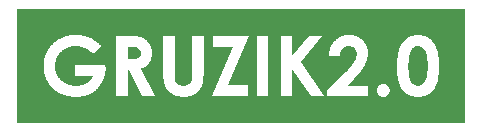
<source format=gto>
G04 #@! TF.GenerationSoftware,KiCad,Pcbnew,7.0.1*
G04 #@! TF.CreationDate,2023-11-28T21:46:24+01:00*
G04 #@! TF.ProjectId,Qtr-8-SN,5174722d-382d-4534-9e2e-6b696361645f,rev?*
G04 #@! TF.SameCoordinates,Original*
G04 #@! TF.FileFunction,Legend,Top*
G04 #@! TF.FilePolarity,Positive*
%FSLAX46Y46*%
G04 Gerber Fmt 4.6, Leading zero omitted, Abs format (unit mm)*
G04 Created by KiCad (PCBNEW 7.0.1) date 2023-11-28 21:46:24*
%MOMM*%
%LPD*%
G01*
G04 APERTURE LIST*
%ADD10C,1.000000*%
%ADD11C,2.100000*%
%ADD12C,1.600000*%
%ADD13O,1.600000X1.600000*%
G04 APERTURE END LIST*
D10*
G36*
X107851207Y-134834100D02*
G01*
X107915568Y-134841538D01*
X107977589Y-134855352D01*
X108037270Y-134875541D01*
X108094611Y-134902106D01*
X108149612Y-134935047D01*
X108202273Y-134974363D01*
X108252595Y-135020055D01*
X108300576Y-135072122D01*
X108331264Y-135110376D01*
X108360912Y-135151463D01*
X108389520Y-135195384D01*
X108416730Y-135243040D01*
X108442185Y-135295332D01*
X108465884Y-135352262D01*
X108487827Y-135413828D01*
X108508016Y-135480032D01*
X108526448Y-135550872D01*
X108543126Y-135626348D01*
X108558047Y-135706462D01*
X108571213Y-135791212D01*
X108582624Y-135880599D01*
X108592279Y-135974623D01*
X108596449Y-136023374D01*
X108600179Y-136073284D01*
X108603471Y-136124353D01*
X108606323Y-136176582D01*
X108608737Y-136229969D01*
X108610712Y-136284516D01*
X108612248Y-136340222D01*
X108613345Y-136397087D01*
X108614004Y-136455112D01*
X108614223Y-136514295D01*
X108613979Y-136572766D01*
X108613245Y-136630177D01*
X108612023Y-136686529D01*
X108610311Y-136741823D01*
X108608111Y-136796057D01*
X108605422Y-136849232D01*
X108602243Y-136901348D01*
X108598576Y-136952406D01*
X108594420Y-137002404D01*
X108589775Y-137051343D01*
X108579018Y-137146044D01*
X108566305Y-137236510D01*
X108551636Y-137322739D01*
X108535011Y-137404732D01*
X108516431Y-137482489D01*
X108495894Y-137556010D01*
X108473402Y-137625295D01*
X108448954Y-137690343D01*
X108422550Y-137751156D01*
X108394190Y-137807733D01*
X108363874Y-137860073D01*
X108337513Y-137900445D01*
X108295861Y-137956119D01*
X108251675Y-138005932D01*
X108204957Y-138049885D01*
X108155705Y-138087978D01*
X108103920Y-138120210D01*
X108049602Y-138146582D01*
X107992751Y-138167093D01*
X107933368Y-138181744D01*
X107871451Y-138190534D01*
X107807000Y-138193465D01*
X107784388Y-138193122D01*
X107718138Y-138187988D01*
X107654271Y-138176693D01*
X107592787Y-138159237D01*
X107533686Y-138135620D01*
X107476967Y-138105843D01*
X107422632Y-138069904D01*
X107370679Y-138027804D01*
X107321109Y-137979543D01*
X107273921Y-137925122D01*
X107243787Y-137885418D01*
X107214712Y-137842976D01*
X107187058Y-137796789D01*
X107161188Y-137746157D01*
X107137102Y-137691078D01*
X107114801Y-137631553D01*
X107094284Y-137567583D01*
X107075550Y-137499166D01*
X107058601Y-137426304D01*
X107043436Y-137348995D01*
X107030055Y-137267240D01*
X107018459Y-137181040D01*
X107008646Y-137090393D01*
X107000617Y-136995301D01*
X106997272Y-136946087D01*
X106994373Y-136895762D01*
X106991920Y-136844326D01*
X106989913Y-136791778D01*
X106988352Y-136738118D01*
X106987237Y-136683347D01*
X106986568Y-136627465D01*
X106986345Y-136570471D01*
X106986441Y-136526687D01*
X106987214Y-136441116D01*
X106988760Y-136358207D01*
X106991078Y-136277960D01*
X106994169Y-136200375D01*
X106998033Y-136125452D01*
X107002670Y-136053190D01*
X107008080Y-135983590D01*
X107014262Y-135916653D01*
X107021217Y-135852377D01*
X107028945Y-135790763D01*
X107037446Y-135731810D01*
X107046719Y-135675520D01*
X107056766Y-135621892D01*
X107067585Y-135570925D01*
X107085263Y-135499466D01*
X107104812Y-135432673D01*
X107125906Y-135369679D01*
X107148547Y-135310484D01*
X107172732Y-135255090D01*
X107198464Y-135203495D01*
X107225741Y-135155699D01*
X107254563Y-135111703D01*
X107284931Y-135071507D01*
X107327827Y-135023822D01*
X107373469Y-134982892D01*
X107421650Y-134947687D01*
X107471548Y-134917176D01*
X107523164Y-134891359D01*
X107576496Y-134870235D01*
X107631546Y-134853806D01*
X107688314Y-134842071D01*
X107746798Y-134835030D01*
X107807000Y-134832683D01*
X107851207Y-134834100D01*
G37*
G36*
X83557754Y-134911302D02*
G01*
X83623538Y-134912687D01*
X83685094Y-134914995D01*
X83742421Y-134918225D01*
X83795518Y-134922379D01*
X83859737Y-134929353D01*
X83916438Y-134937969D01*
X83965620Y-134948225D01*
X84016526Y-134963353D01*
X84034310Y-134970179D01*
X84084914Y-134993807D01*
X84131396Y-135022157D01*
X84173757Y-135055230D01*
X84211997Y-135093026D01*
X84246114Y-135135544D01*
X84261610Y-135158360D01*
X84288028Y-135206245D01*
X84308350Y-135257135D01*
X84322575Y-135311031D01*
X84330704Y-135367932D01*
X84332820Y-135417645D01*
X84332651Y-135434590D01*
X84330111Y-135483609D01*
X84321982Y-135544727D01*
X84308434Y-135600999D01*
X84289467Y-135652423D01*
X84265081Y-135699001D01*
X84235276Y-135740732D01*
X84200052Y-135777617D01*
X84159408Y-135809654D01*
X84148289Y-135816867D01*
X84098210Y-135843429D01*
X84039163Y-135866326D01*
X83988991Y-135881096D01*
X83933776Y-135893804D01*
X83873515Y-135904451D01*
X83808210Y-135913038D01*
X83737860Y-135919564D01*
X83688158Y-135922769D01*
X83636213Y-135925059D01*
X83582027Y-135926433D01*
X83525598Y-135926891D01*
X83222737Y-135926891D01*
X83222737Y-134910841D01*
X83487740Y-134910841D01*
X83557754Y-134911302D01*
G37*
G36*
X111787162Y-141345643D02*
G01*
X73879002Y-141345643D01*
X73879002Y-136487428D01*
X76093288Y-136487428D01*
X76094690Y-136577264D01*
X76098898Y-136666336D01*
X76105910Y-136754645D01*
X76115728Y-136842191D01*
X76128350Y-136928974D01*
X76143778Y-137014993D01*
X76162010Y-137100249D01*
X76183047Y-137184742D01*
X76206890Y-137268471D01*
X76233537Y-137351437D01*
X76262989Y-137433640D01*
X76295246Y-137515080D01*
X76330308Y-137595757D01*
X76368176Y-137675670D01*
X76408848Y-137754820D01*
X76452325Y-137833206D01*
X76498206Y-137910091D01*
X76546091Y-137984732D01*
X76595980Y-138057132D01*
X76647872Y-138127290D01*
X76701768Y-138195206D01*
X76757667Y-138260880D01*
X76815569Y-138324311D01*
X76875476Y-138385501D01*
X76937386Y-138444448D01*
X77001299Y-138501153D01*
X77067216Y-138555617D01*
X77135136Y-138607838D01*
X77205060Y-138657817D01*
X77276988Y-138705554D01*
X77350919Y-138751049D01*
X77426854Y-138794302D01*
X77465564Y-138815039D01*
X77543980Y-138854538D01*
X77623721Y-138891403D01*
X77704789Y-138925635D01*
X77787182Y-138957234D01*
X77870902Y-138986200D01*
X77955949Y-139012532D01*
X78042321Y-139036231D01*
X78130019Y-139057297D01*
X78219044Y-139075730D01*
X78309395Y-139091529D01*
X78401072Y-139104696D01*
X78494075Y-139115229D01*
X78588404Y-139123128D01*
X78684059Y-139128395D01*
X78781041Y-139131028D01*
X78830029Y-139131357D01*
X78921186Y-139130150D01*
X79010864Y-139126530D01*
X79099064Y-139120495D01*
X79185784Y-139112047D01*
X79271026Y-139101185D01*
X79354789Y-139087909D01*
X79437073Y-139072219D01*
X79517878Y-139054115D01*
X79597204Y-139033598D01*
X79675052Y-139010667D01*
X79751421Y-138985322D01*
X79826311Y-138957563D01*
X79899722Y-138927391D01*
X79971655Y-138894804D01*
X80042108Y-138859804D01*
X80111083Y-138822390D01*
X80178674Y-138782686D01*
X80244672Y-138740817D01*
X80309077Y-138696781D01*
X80371888Y-138650580D01*
X80433107Y-138602214D01*
X80492731Y-138551681D01*
X80550763Y-138498983D01*
X80607201Y-138444119D01*
X80662046Y-138387089D01*
X80715298Y-138327894D01*
X80766956Y-138266532D01*
X80817021Y-138203005D01*
X80865493Y-138137313D01*
X80912371Y-138069454D01*
X80957656Y-137999430D01*
X81001348Y-137927240D01*
X81042903Y-137853547D01*
X81081776Y-137779320D01*
X81117969Y-137704559D01*
X81151481Y-137629264D01*
X81182312Y-137553434D01*
X81210462Y-137477070D01*
X81235931Y-137400172D01*
X81258719Y-137322739D01*
X81278826Y-137244772D01*
X81296252Y-137166271D01*
X81310997Y-137087235D01*
X81323062Y-137007666D01*
X81332445Y-136927562D01*
X81339147Y-136846923D01*
X81343169Y-136765751D01*
X81344509Y-136684044D01*
X81337182Y-136473995D01*
X78795835Y-136473995D01*
X78795835Y-137411888D01*
X80258850Y-137411888D01*
X80232078Y-137461428D01*
X80204277Y-137509298D01*
X80175445Y-137555499D01*
X80145582Y-137600031D01*
X80114689Y-137642893D01*
X80082766Y-137684085D01*
X80049812Y-137723607D01*
X80015828Y-137761460D01*
X79980814Y-137797643D01*
X79944769Y-137832157D01*
X79907693Y-137865001D01*
X79869588Y-137896175D01*
X79830452Y-137925680D01*
X79769815Y-137966807D01*
X79706861Y-138004176D01*
X79663656Y-138027098D01*
X79619220Y-138048541D01*
X79573553Y-138068505D01*
X79526655Y-138086990D01*
X79478527Y-138103996D01*
X79429168Y-138119524D01*
X79378578Y-138133573D01*
X79326758Y-138146143D01*
X79273707Y-138157234D01*
X79219425Y-138166846D01*
X79163912Y-138174980D01*
X79107168Y-138181634D01*
X79049194Y-138186810D01*
X78989989Y-138190507D01*
X78929553Y-138192725D01*
X78867887Y-138193465D01*
X78773123Y-138191528D01*
X78680259Y-138185718D01*
X78589292Y-138176034D01*
X78500225Y-138162476D01*
X78413056Y-138145045D01*
X78327786Y-138123741D01*
X78244414Y-138098563D01*
X78162941Y-138069511D01*
X78083366Y-138036586D01*
X78005690Y-137999788D01*
X77929913Y-137959116D01*
X77856034Y-137914570D01*
X77784054Y-137866151D01*
X77713973Y-137813858D01*
X77645790Y-137757692D01*
X77579506Y-137697652D01*
X77516360Y-137634821D01*
X77457289Y-137570283D01*
X77402291Y-137504037D01*
X77351368Y-137436083D01*
X77304518Y-137366421D01*
X77261742Y-137295052D01*
X77223040Y-137221974D01*
X77188412Y-137147189D01*
X77157858Y-137070697D01*
X77131377Y-136992496D01*
X77108971Y-136912587D01*
X77090638Y-136830971D01*
X77076380Y-136747647D01*
X77066195Y-136662615D01*
X77060084Y-136575876D01*
X77058047Y-136487428D01*
X77060013Y-136401991D01*
X77065909Y-136318176D01*
X77075736Y-136235982D01*
X77089493Y-136155411D01*
X77107182Y-136076461D01*
X77128801Y-135999134D01*
X77154351Y-135923428D01*
X77183832Y-135849344D01*
X77217244Y-135776882D01*
X77254586Y-135706042D01*
X77295860Y-135636824D01*
X77341064Y-135569228D01*
X77390198Y-135503254D01*
X77443264Y-135438901D01*
X77500260Y-135376171D01*
X77561187Y-135315063D01*
X77625029Y-135256650D01*
X77690770Y-135202005D01*
X77758409Y-135151129D01*
X77827946Y-135104022D01*
X77899383Y-135060683D01*
X77972718Y-135021113D01*
X78047951Y-134985311D01*
X78125083Y-134953278D01*
X78204114Y-134925014D01*
X78285043Y-134900518D01*
X78367871Y-134879790D01*
X78452598Y-134862832D01*
X78539223Y-134849642D01*
X78627746Y-134840220D01*
X78718169Y-134834567D01*
X78810490Y-134832683D01*
X78863710Y-134833333D01*
X78916516Y-134835283D01*
X78968906Y-134838533D01*
X79020882Y-134843083D01*
X79072442Y-134848932D01*
X79123588Y-134856082D01*
X79174318Y-134864531D01*
X79224634Y-134874281D01*
X79274534Y-134885330D01*
X79324020Y-134897679D01*
X79373090Y-134911329D01*
X79421746Y-134926278D01*
X79469986Y-134942527D01*
X79517811Y-134960076D01*
X79565222Y-134978925D01*
X79612217Y-134999074D01*
X79658797Y-135020522D01*
X79704962Y-135043271D01*
X79750713Y-135067320D01*
X79796048Y-135092668D01*
X79840968Y-135119317D01*
X79885473Y-135147265D01*
X79929563Y-135176513D01*
X79973238Y-135207062D01*
X80016498Y-135238910D01*
X80059343Y-135272058D01*
X80101773Y-135306506D01*
X80143788Y-135342254D01*
X80185388Y-135379302D01*
X80226573Y-135417649D01*
X80267343Y-135457297D01*
X80307698Y-135498245D01*
X80984251Y-134836347D01*
X80926167Y-134775367D01*
X80867930Y-134716687D01*
X80809541Y-134660306D01*
X80750999Y-134606224D01*
X80692304Y-134554442D01*
X80633457Y-134504959D01*
X80574457Y-134457775D01*
X80515305Y-134412891D01*
X80456000Y-134370306D01*
X80396542Y-134330020D01*
X80336931Y-134292033D01*
X80277168Y-134256346D01*
X80217252Y-134222959D01*
X80157184Y-134191870D01*
X80096963Y-134163081D01*
X80036589Y-134136591D01*
X79964508Y-134107310D01*
X79891760Y-134079919D01*
X79818344Y-134054417D01*
X79744261Y-134030803D01*
X79669509Y-134009079D01*
X79594089Y-133989244D01*
X79524998Y-133972948D01*
X82261641Y-133972948D01*
X82261641Y-134910841D01*
X82261641Y-139053200D01*
X83222737Y-139053200D01*
X83222737Y-136864784D01*
X83313107Y-136864784D01*
X84450057Y-139053200D01*
X85500301Y-139053200D01*
X84304733Y-136758538D01*
X84363928Y-136736537D01*
X84421225Y-136713277D01*
X84476623Y-136688757D01*
X84530123Y-136662978D01*
X84581724Y-136635939D01*
X84631426Y-136607642D01*
X84679230Y-136578084D01*
X84725136Y-136547268D01*
X84769142Y-136515192D01*
X84811250Y-136481857D01*
X84851460Y-136447262D01*
X84889770Y-136411408D01*
X84926183Y-136374294D01*
X84960696Y-136335921D01*
X84993311Y-136296289D01*
X85024028Y-136255398D01*
X85053012Y-136213242D01*
X85080127Y-136169817D01*
X85105372Y-136125124D01*
X85128747Y-136079161D01*
X85150252Y-136031930D01*
X85169886Y-135983429D01*
X85187651Y-135933660D01*
X85203546Y-135882622D01*
X85217571Y-135830315D01*
X85229726Y-135776739D01*
X85240011Y-135721894D01*
X85248426Y-135665780D01*
X85254971Y-135608397D01*
X85259646Y-135549746D01*
X85262451Y-135489825D01*
X85263386Y-135428636D01*
X85262541Y-135370356D01*
X85260008Y-135313059D01*
X85255786Y-135256745D01*
X85249876Y-135201413D01*
X85242277Y-135147065D01*
X85232989Y-135093699D01*
X85222012Y-135041315D01*
X85209347Y-134989914D01*
X85194993Y-134939496D01*
X85178950Y-134890061D01*
X85161219Y-134841608D01*
X85141799Y-134794139D01*
X85120690Y-134747651D01*
X85097892Y-134702147D01*
X85073406Y-134657625D01*
X85047231Y-134614086D01*
X85033584Y-134592754D01*
X85005467Y-134551242D01*
X84976254Y-134511266D01*
X84930376Y-134454183D01*
X84882029Y-134400556D01*
X84831214Y-134350385D01*
X84777930Y-134303670D01*
X84722178Y-134260411D01*
X84663957Y-134220608D01*
X84603267Y-134184261D01*
X84540108Y-134151371D01*
X84474481Y-134121936D01*
X84428175Y-134103895D01*
X84378101Y-134087017D01*
X84324258Y-134071304D01*
X84266646Y-134056754D01*
X84205266Y-134043368D01*
X84140117Y-134031147D01*
X84071199Y-134020089D01*
X83998513Y-134010195D01*
X83922058Y-134001466D01*
X83841835Y-133993900D01*
X83757843Y-133987498D01*
X83670083Y-133982260D01*
X83578554Y-133978186D01*
X83483256Y-133975276D01*
X83434194Y-133974258D01*
X83384190Y-133973530D01*
X83333243Y-133973094D01*
X83281355Y-133972948D01*
X86220818Y-133972948D01*
X86220818Y-136973472D01*
X86220988Y-137029139D01*
X86221500Y-137083791D01*
X86222353Y-137137427D01*
X86223546Y-137190046D01*
X86225081Y-137241650D01*
X86226957Y-137292237D01*
X86231732Y-137390364D01*
X86237872Y-137484426D01*
X86245375Y-137574424D01*
X86254244Y-137660357D01*
X86264476Y-137742226D01*
X86276073Y-137820031D01*
X86289034Y-137893771D01*
X86303359Y-137963447D01*
X86319049Y-138029059D01*
X86336103Y-138090606D01*
X86354522Y-138148089D01*
X86374304Y-138201508D01*
X86395451Y-138250862D01*
X86418335Y-138297540D01*
X86443021Y-138343235D01*
X86469511Y-138387948D01*
X86497804Y-138431678D01*
X86527901Y-138474425D01*
X86559800Y-138516190D01*
X86593503Y-138556971D01*
X86629009Y-138596771D01*
X86666318Y-138635587D01*
X86705430Y-138673421D01*
X86746345Y-138710272D01*
X86789064Y-138746140D01*
X86833586Y-138781026D01*
X86879911Y-138814929D01*
X86928039Y-138847849D01*
X86977970Y-138879787D01*
X87029510Y-138910251D01*
X87082155Y-138938749D01*
X87135908Y-138965282D01*
X87190767Y-138989849D01*
X87246733Y-139012451D01*
X87303806Y-139033088D01*
X87361985Y-139051759D01*
X87421271Y-139068465D01*
X87481664Y-139083205D01*
X87543164Y-139095980D01*
X87605770Y-139106790D01*
X87669483Y-139115634D01*
X87734303Y-139122513D01*
X87800229Y-139127426D01*
X87867262Y-139130375D01*
X87935402Y-139131357D01*
X87987361Y-139130842D01*
X88038519Y-139129296D01*
X88088875Y-139126720D01*
X88138429Y-139123114D01*
X88211259Y-139115772D01*
X88282285Y-139106112D01*
X88351507Y-139094134D01*
X88418927Y-139079837D01*
X88484543Y-139063222D01*
X88518321Y-139053200D01*
X90319213Y-139053200D01*
X93407663Y-139053200D01*
X93407663Y-138115307D01*
X91721167Y-138115307D01*
X93523679Y-133972948D01*
X94163595Y-133972948D01*
X94163595Y-139053200D01*
X95118585Y-139053200D01*
X95118585Y-133972948D01*
X96198138Y-133972948D01*
X96198138Y-139053200D01*
X97170224Y-139053200D01*
X97170224Y-136758538D01*
X98729715Y-139053200D01*
X99870329Y-139053200D01*
X100103581Y-139053200D01*
X103603581Y-139053200D01*
X103603581Y-138583032D01*
X104316770Y-138583032D01*
X104319232Y-138638788D01*
X104326616Y-138692483D01*
X104338924Y-138744118D01*
X104356154Y-138793691D01*
X104378308Y-138841204D01*
X104405385Y-138886656D01*
X104437384Y-138930048D01*
X104474307Y-138971378D01*
X104515008Y-139008873D01*
X104557731Y-139041369D01*
X104602477Y-139068865D01*
X104649246Y-139091362D01*
X104698037Y-139108860D01*
X104748851Y-139121359D01*
X104801688Y-139128858D01*
X104856547Y-139131357D01*
X104911101Y-139128858D01*
X104963632Y-139121359D01*
X105014141Y-139108860D01*
X105062627Y-139091362D01*
X105109090Y-139068865D01*
X105153531Y-139041369D01*
X105195949Y-139008873D01*
X105236345Y-138971378D01*
X105273553Y-138930048D01*
X105305801Y-138886656D01*
X105333088Y-138841204D01*
X105355413Y-138793691D01*
X105372777Y-138744118D01*
X105385180Y-138692483D01*
X105392622Y-138638788D01*
X105395102Y-138583032D01*
X105392622Y-138527028D01*
X105385180Y-138473199D01*
X105372777Y-138421546D01*
X105355413Y-138372067D01*
X105333088Y-138324764D01*
X105305801Y-138279637D01*
X105273553Y-138236684D01*
X105236345Y-138195907D01*
X105195949Y-138158698D01*
X105153531Y-138126451D01*
X105109090Y-138099164D01*
X105062627Y-138076839D01*
X105014141Y-138059475D01*
X104963632Y-138047072D01*
X104911101Y-138039630D01*
X104856547Y-138037149D01*
X104801688Y-138039630D01*
X104748851Y-138047072D01*
X104698037Y-138059475D01*
X104649246Y-138076839D01*
X104602477Y-138099164D01*
X104557731Y-138126451D01*
X104515008Y-138158698D01*
X104474307Y-138195907D01*
X104437384Y-138236684D01*
X104405385Y-138279637D01*
X104378308Y-138324764D01*
X104356154Y-138372067D01*
X104338924Y-138421546D01*
X104326616Y-138473199D01*
X104319232Y-138527028D01*
X104316770Y-138583032D01*
X103603581Y-138583032D01*
X103603581Y-138193465D01*
X101803511Y-138193465D01*
X102370155Y-137595070D01*
X102412253Y-137550910D01*
X102453522Y-137507123D01*
X102493960Y-137463708D01*
X102533568Y-137420665D01*
X102572347Y-137377994D01*
X102610295Y-137335695D01*
X102647413Y-137293768D01*
X102683701Y-137252214D01*
X102719160Y-137211031D01*
X102753788Y-137170221D01*
X102787586Y-137129782D01*
X102820554Y-137089716D01*
X102852692Y-137050022D01*
X102884000Y-137010700D01*
X102944125Y-136933172D01*
X103000931Y-136857132D01*
X103054416Y-136782581D01*
X103104581Y-136709518D01*
X103151427Y-136637943D01*
X103194951Y-136567857D01*
X103198429Y-136561922D01*
X106024028Y-136561922D01*
X106024058Y-136570471D01*
X106024242Y-136622925D01*
X106024886Y-136683047D01*
X106025960Y-136742289D01*
X106027462Y-136800651D01*
X106029394Y-136858133D01*
X106031756Y-136914734D01*
X106034546Y-136970456D01*
X106037766Y-137025297D01*
X106041416Y-137079258D01*
X106045494Y-137132339D01*
X106050002Y-137184540D01*
X106054940Y-137235861D01*
X106060306Y-137286302D01*
X106066102Y-137335862D01*
X106078982Y-137432343D01*
X106093580Y-137525303D01*
X106109894Y-137614743D01*
X106127926Y-137700662D01*
X106147676Y-137783060D01*
X106169142Y-137861938D01*
X106192326Y-137937296D01*
X106217228Y-138009133D01*
X106243846Y-138077449D01*
X106271982Y-138142946D01*
X106301434Y-138206326D01*
X106332203Y-138267587D01*
X106364289Y-138326730D01*
X106397691Y-138383755D01*
X106432409Y-138438662D01*
X106468445Y-138491450D01*
X106505797Y-138542121D01*
X106544465Y-138590674D01*
X106584451Y-138637109D01*
X106625752Y-138681426D01*
X106668371Y-138723624D01*
X106712306Y-138763705D01*
X106757558Y-138801668D01*
X106804126Y-138837512D01*
X106852011Y-138871239D01*
X106901265Y-138902737D01*
X106951941Y-138932204D01*
X107004038Y-138959638D01*
X107057557Y-138985040D01*
X107112497Y-139008411D01*
X107168859Y-139029748D01*
X107226642Y-139049054D01*
X107285847Y-139066328D01*
X107346474Y-139081569D01*
X107408522Y-139094778D01*
X107471992Y-139105955D01*
X107536883Y-139115100D01*
X107603196Y-139122212D01*
X107670930Y-139127293D01*
X107740087Y-139130341D01*
X107810664Y-139131357D01*
X107881184Y-139130346D01*
X107950169Y-139127312D01*
X108017617Y-139122255D01*
X108083529Y-139115176D01*
X108147905Y-139106074D01*
X108210745Y-139094950D01*
X108272049Y-139081803D01*
X108331817Y-139066633D01*
X108390049Y-139049440D01*
X108446745Y-139030225D01*
X108501905Y-139008988D01*
X108555528Y-138985727D01*
X108607616Y-138960444D01*
X108658168Y-138933139D01*
X108707183Y-138903811D01*
X108754663Y-138872460D01*
X108800926Y-138838805D01*
X108845987Y-138802870D01*
X108889845Y-138764654D01*
X108932502Y-138724159D01*
X108973957Y-138681383D01*
X109014209Y-138636327D01*
X109053259Y-138588990D01*
X109091107Y-138539374D01*
X109127753Y-138487477D01*
X109163197Y-138433300D01*
X109197439Y-138376842D01*
X109230478Y-138318105D01*
X109262316Y-138257087D01*
X109292951Y-138193789D01*
X109322384Y-138128211D01*
X109350615Y-138060352D01*
X109377530Y-137989627D01*
X109402708Y-137915448D01*
X109426149Y-137837815D01*
X109447854Y-137756728D01*
X109467823Y-137672187D01*
X109486056Y-137584193D01*
X109502551Y-137492745D01*
X109517311Y-137397844D01*
X109524040Y-137349098D01*
X109530334Y-137299488D01*
X109536195Y-137249015D01*
X109541621Y-137197679D01*
X109546613Y-137145479D01*
X109551171Y-137092416D01*
X109555295Y-137038489D01*
X109558985Y-136983699D01*
X109562241Y-136928046D01*
X109565062Y-136871529D01*
X109567450Y-136814149D01*
X109569403Y-136755905D01*
X109570923Y-136696797D01*
X109572008Y-136636827D01*
X109572659Y-136575993D01*
X109572876Y-136514295D01*
X109572663Y-136453350D01*
X109572022Y-136393247D01*
X109570955Y-136333986D01*
X109569461Y-136275567D01*
X109567539Y-136217990D01*
X109565191Y-136161254D01*
X109562416Y-136105361D01*
X109559214Y-136050310D01*
X109555585Y-135996101D01*
X109551529Y-135942733D01*
X109547046Y-135890208D01*
X109542136Y-135838525D01*
X109536799Y-135787683D01*
X109531035Y-135737684D01*
X109518227Y-135640211D01*
X109503711Y-135546106D01*
X109487487Y-135455369D01*
X109469555Y-135367999D01*
X109449915Y-135283998D01*
X109428568Y-135203365D01*
X109405513Y-135126099D01*
X109380750Y-135052201D01*
X109354279Y-134981671D01*
X109326391Y-134913932D01*
X109297073Y-134848406D01*
X109266323Y-134785094D01*
X109234142Y-134723995D01*
X109200530Y-134665110D01*
X109165487Y-134608438D01*
X109129013Y-134553979D01*
X109091107Y-134501734D01*
X109051771Y-134451702D01*
X109011003Y-134403884D01*
X108968805Y-134358280D01*
X108925175Y-134314888D01*
X108880114Y-134273710D01*
X108833622Y-134234746D01*
X108785699Y-134197995D01*
X108736345Y-134163458D01*
X108685678Y-134130924D01*
X108633820Y-134100489D01*
X108580768Y-134072153D01*
X108526525Y-134045916D01*
X108471088Y-134021778D01*
X108414459Y-133999739D01*
X108356638Y-133979799D01*
X108297623Y-133961957D01*
X108237416Y-133946215D01*
X108176017Y-133932572D01*
X108113425Y-133921028D01*
X108049640Y-133911582D01*
X107984663Y-133904236D01*
X107918494Y-133898988D01*
X107851131Y-133895840D01*
X107782576Y-133894791D01*
X107729742Y-133895452D01*
X107677638Y-133897438D01*
X107626263Y-133900748D01*
X107575619Y-133905381D01*
X107525704Y-133911338D01*
X107476519Y-133918619D01*
X107428064Y-133927223D01*
X107333343Y-133948404D01*
X107241543Y-133974879D01*
X107152661Y-134006650D01*
X107066699Y-134043715D01*
X106983656Y-134086076D01*
X106903533Y-134133732D01*
X106826330Y-134186683D01*
X106752045Y-134244930D01*
X106680681Y-134308471D01*
X106612236Y-134377307D01*
X106579108Y-134413711D01*
X106546710Y-134451439D01*
X106515042Y-134490490D01*
X106484103Y-134530865D01*
X106453895Y-134572564D01*
X106401841Y-134652606D01*
X106377073Y-134694842D01*
X106353145Y-134738554D01*
X106330056Y-134783743D01*
X106307807Y-134830408D01*
X106286398Y-134878549D01*
X106265828Y-134928167D01*
X106246098Y-134979261D01*
X106227207Y-135031832D01*
X106209156Y-135085879D01*
X106191945Y-135141402D01*
X106175573Y-135198402D01*
X106160040Y-135256879D01*
X106145348Y-135316831D01*
X106131495Y-135378261D01*
X106118481Y-135441166D01*
X106106307Y-135505548D01*
X106094973Y-135571407D01*
X106084478Y-135638742D01*
X106074823Y-135707553D01*
X106066007Y-135777841D01*
X106058031Y-135849605D01*
X106050894Y-135922846D01*
X106044598Y-135997563D01*
X106039140Y-136073756D01*
X106034523Y-136151426D01*
X106030744Y-136230573D01*
X106027806Y-136311195D01*
X106025707Y-136393295D01*
X106024447Y-136476870D01*
X106024028Y-136561922D01*
X103198429Y-136561922D01*
X103235156Y-136499259D01*
X103272040Y-136432149D01*
X103305605Y-136366528D01*
X103336660Y-136301770D01*
X103365711Y-136237557D01*
X103392759Y-136173886D01*
X103417804Y-136110760D01*
X103440845Y-136048178D01*
X103461882Y-135986139D01*
X103480916Y-135924644D01*
X103497946Y-135863693D01*
X103512973Y-135803286D01*
X103525996Y-135743423D01*
X103537015Y-135684103D01*
X103546031Y-135625327D01*
X103553044Y-135567096D01*
X103558053Y-135509408D01*
X103561058Y-135452263D01*
X103562060Y-135395663D01*
X103560203Y-135324787D01*
X103554632Y-135254126D01*
X103545348Y-135183680D01*
X103532350Y-135113448D01*
X103515638Y-135043431D01*
X103495213Y-134973628D01*
X103479532Y-134927213D01*
X103462202Y-134880892D01*
X103443220Y-134834668D01*
X103422589Y-134788538D01*
X103400306Y-134742504D01*
X103376373Y-134696565D01*
X103350790Y-134650722D01*
X103323828Y-134605451D01*
X103295759Y-134561535D01*
X103266583Y-134518974D01*
X103236301Y-134477768D01*
X103204912Y-134437916D01*
X103172416Y-134399419D01*
X103138814Y-134362277D01*
X103104104Y-134326490D01*
X103068289Y-134292057D01*
X103031366Y-134258980D01*
X102993337Y-134227257D01*
X102954200Y-134196888D01*
X102913958Y-134167875D01*
X102872608Y-134140216D01*
X102830152Y-134113913D01*
X102786589Y-134088964D01*
X102742200Y-134065450D01*
X102696963Y-134043454D01*
X102650877Y-134022975D01*
X102603941Y-134004013D01*
X102556156Y-133986568D01*
X102507522Y-133970639D01*
X102458039Y-133956228D01*
X102407707Y-133943334D01*
X102356526Y-133931957D01*
X102304495Y-133922096D01*
X102251616Y-133913753D01*
X102197887Y-133906926D01*
X102143309Y-133901617D01*
X102087882Y-133897825D01*
X102031606Y-133895549D01*
X101974481Y-133894791D01*
X101882413Y-133896665D01*
X101792444Y-133902290D01*
X101704574Y-133911663D01*
X101618803Y-133924787D01*
X101535130Y-133941659D01*
X101453557Y-133962282D01*
X101374083Y-133986654D01*
X101296707Y-134014775D01*
X101221431Y-134046646D01*
X101148254Y-134082266D01*
X101077175Y-134121636D01*
X101008196Y-134164755D01*
X100941315Y-134211624D01*
X100876533Y-134262242D01*
X100813851Y-134316610D01*
X100753267Y-134374728D01*
X100695593Y-134436118D01*
X100641335Y-134500303D01*
X100590493Y-134567284D01*
X100543066Y-134637060D01*
X100499054Y-134709631D01*
X100458458Y-134784999D01*
X100421278Y-134863161D01*
X100387513Y-134944119D01*
X100357164Y-135027872D01*
X100330231Y-135114421D01*
X100306713Y-135203765D01*
X100286611Y-135295905D01*
X100269924Y-135390840D01*
X100262861Y-135439356D01*
X100256653Y-135488571D01*
X100251298Y-135538484D01*
X100246797Y-135589097D01*
X100243150Y-135640408D01*
X100240357Y-135692418D01*
X101178250Y-135692418D01*
X101180682Y-135643455D01*
X101187158Y-135572443D01*
X101197026Y-135504351D01*
X101210285Y-135439178D01*
X101226936Y-135376925D01*
X101246979Y-135317591D01*
X101270413Y-135261177D01*
X101297239Y-135207682D01*
X101327457Y-135157106D01*
X101361067Y-135109450D01*
X101398068Y-135064714D01*
X101424267Y-135036616D01*
X101465068Y-134997869D01*
X101507672Y-134963200D01*
X101552080Y-134932610D01*
X101598290Y-134906099D01*
X101646304Y-134883666D01*
X101696121Y-134865312D01*
X101747741Y-134851037D01*
X101801164Y-134840840D01*
X101856391Y-134834722D01*
X101913421Y-134832683D01*
X101951149Y-134833418D01*
X102006115Y-134837275D01*
X102059127Y-134844437D01*
X102110185Y-134854906D01*
X102159290Y-134868680D01*
X102206442Y-134885761D01*
X102251640Y-134906147D01*
X102294884Y-134929839D01*
X102336175Y-134956837D01*
X102375513Y-134987140D01*
X102412897Y-135020750D01*
X102424843Y-135032602D01*
X102458407Y-135069332D01*
X102497848Y-135121042D01*
X102531221Y-135175882D01*
X102558527Y-135233852D01*
X102579765Y-135294951D01*
X102591711Y-135342829D01*
X102600244Y-135392467D01*
X102605364Y-135443865D01*
X102607070Y-135497024D01*
X102606336Y-135531938D01*
X102602479Y-135585293D01*
X102595316Y-135639829D01*
X102584848Y-135695546D01*
X102571073Y-135752443D01*
X102553993Y-135810522D01*
X102533607Y-135869780D01*
X102509915Y-135930220D01*
X102482917Y-135991840D01*
X102452613Y-136054640D01*
X102419003Y-136118622D01*
X102406955Y-136140286D01*
X102380632Y-136184918D01*
X102351342Y-136231286D01*
X102319084Y-136279390D01*
X102283860Y-136329231D01*
X102245668Y-136380808D01*
X102204510Y-136434122D01*
X102160384Y-136489172D01*
X102113291Y-136545958D01*
X102063230Y-136604481D01*
X102010203Y-136664741D01*
X101954208Y-136726736D01*
X101895247Y-136790468D01*
X101833318Y-136855937D01*
X101768422Y-136923142D01*
X101700558Y-136992083D01*
X101665514Y-137027205D01*
X100103581Y-138598908D01*
X100103581Y-139053200D01*
X99870329Y-139053200D01*
X97932262Y-136200443D01*
X99698138Y-133972948D01*
X98540427Y-133972948D01*
X97170224Y-135678985D01*
X97170224Y-133972948D01*
X96198138Y-133972948D01*
X95118585Y-133972948D01*
X94163595Y-133972948D01*
X93523679Y-133972948D01*
X90466980Y-133972948D01*
X90466980Y-134910841D01*
X92115619Y-134910841D01*
X90319213Y-139053200D01*
X88518321Y-139053200D01*
X88548357Y-139044288D01*
X88610367Y-139023036D01*
X88670573Y-138999466D01*
X88709819Y-138982426D01*
X88767597Y-138954792D01*
X88824065Y-138924667D01*
X88879223Y-138892052D01*
X88933072Y-138856947D01*
X88985612Y-138819351D01*
X89036842Y-138779266D01*
X89086763Y-138736690D01*
X89135374Y-138691625D01*
X89182676Y-138644069D01*
X89228668Y-138594023D01*
X89258283Y-138559748D01*
X89300415Y-138508031D01*
X89339799Y-138455949D01*
X89376435Y-138403503D01*
X89410324Y-138350691D01*
X89441465Y-138297515D01*
X89469858Y-138243973D01*
X89495504Y-138190067D01*
X89518401Y-138135796D01*
X89538551Y-138081159D01*
X89555954Y-138026158D01*
X89571449Y-137966896D01*
X89585420Y-137899476D01*
X89593888Y-137849998D01*
X89601678Y-137796894D01*
X89608790Y-137740165D01*
X89615226Y-137679811D01*
X89620983Y-137615830D01*
X89626064Y-137548225D01*
X89630467Y-137476994D01*
X89634193Y-137402137D01*
X89637241Y-137323655D01*
X89639612Y-137241547D01*
X89641305Y-137155814D01*
X89642321Y-137066456D01*
X89642660Y-136973472D01*
X89642660Y-133972948D01*
X88676679Y-133972948D01*
X88676679Y-137099257D01*
X88676403Y-137161033D01*
X88675573Y-137220271D01*
X88674189Y-137276972D01*
X88672253Y-137331135D01*
X88669762Y-137382760D01*
X88666719Y-137431847D01*
X88661116Y-137500719D01*
X88654268Y-137563881D01*
X88646175Y-137621333D01*
X88636837Y-137673075D01*
X88622450Y-137733181D01*
X88605849Y-137783137D01*
X88601386Y-137794219D01*
X88575710Y-137847809D01*
X88544428Y-137898357D01*
X88507541Y-137945863D01*
X88473996Y-137981679D01*
X88436864Y-138015549D01*
X88396144Y-138047472D01*
X88351836Y-138077449D01*
X88304934Y-138104640D01*
X88255819Y-138128206D01*
X88204489Y-138148146D01*
X88150947Y-138164461D01*
X88095191Y-138177150D01*
X88037221Y-138186214D01*
X87977038Y-138191652D01*
X87914642Y-138193465D01*
X87855604Y-138191843D01*
X87798779Y-138186977D01*
X87744168Y-138178867D01*
X87691770Y-138167514D01*
X87641586Y-138152917D01*
X87593615Y-138135075D01*
X87547858Y-138113990D01*
X87504314Y-138089661D01*
X87483467Y-138076414D01*
X87434607Y-138040917D01*
X87390397Y-138002020D01*
X87350839Y-137959725D01*
X87315932Y-137914031D01*
X87285676Y-137864938D01*
X87260071Y-137812446D01*
X87251198Y-137789663D01*
X87235170Y-137738372D01*
X87221431Y-137679448D01*
X87212630Y-137630246D01*
X87205116Y-137576751D01*
X87198891Y-137518963D01*
X87193954Y-137456882D01*
X87190304Y-137390507D01*
X87187943Y-137319839D01*
X87187084Y-137270341D01*
X87186798Y-137218936D01*
X87186798Y-133972948D01*
X86220818Y-133972948D01*
X83281355Y-133972948D01*
X82261641Y-133972948D01*
X79524998Y-133972948D01*
X79518002Y-133971298D01*
X79441247Y-133955241D01*
X79363824Y-133941073D01*
X79285733Y-133928794D01*
X79206974Y-133918404D01*
X79127547Y-133909903D01*
X79047453Y-133903291D01*
X78966691Y-133898569D01*
X78885260Y-133895735D01*
X78803162Y-133894791D01*
X78724857Y-133895641D01*
X78647477Y-133898192D01*
X78571022Y-133902443D01*
X78495493Y-133908396D01*
X78420889Y-133916049D01*
X78347211Y-133925402D01*
X78274458Y-133936456D01*
X78202630Y-133949211D01*
X78131728Y-133963666D01*
X78061752Y-133979822D01*
X77992701Y-133997679D01*
X77924575Y-134017236D01*
X77857375Y-134038494D01*
X77791100Y-134061453D01*
X77725751Y-134086112D01*
X77661327Y-134112472D01*
X77597829Y-134140533D01*
X77535256Y-134170294D01*
X77473608Y-134201755D01*
X77412886Y-134234918D01*
X77353090Y-134269781D01*
X77294219Y-134306345D01*
X77236273Y-134344609D01*
X77179253Y-134384574D01*
X77123158Y-134426239D01*
X77067989Y-134469606D01*
X77013745Y-134514672D01*
X76960426Y-134561440D01*
X76908033Y-134609908D01*
X76856566Y-134660077D01*
X76806024Y-134711946D01*
X76756407Y-134765516D01*
X76715610Y-134811562D01*
X76676108Y-134858109D01*
X76637901Y-134905157D01*
X76600989Y-134952706D01*
X76565372Y-135000755D01*
X76531050Y-135049306D01*
X76498024Y-135098357D01*
X76466293Y-135147909D01*
X76435856Y-135197962D01*
X76406715Y-135248516D01*
X76378870Y-135299571D01*
X76352319Y-135351127D01*
X76327063Y-135403183D01*
X76303103Y-135455741D01*
X76280438Y-135508799D01*
X76259068Y-135562359D01*
X76238993Y-135616419D01*
X76220213Y-135670980D01*
X76202729Y-135726042D01*
X76186539Y-135781605D01*
X76171645Y-135837668D01*
X76158046Y-135894233D01*
X76145742Y-135951299D01*
X76134733Y-136008865D01*
X76125019Y-136066932D01*
X76116601Y-136125501D01*
X76109477Y-136184570D01*
X76103649Y-136244140D01*
X76099116Y-136304210D01*
X76095878Y-136364782D01*
X76093936Y-136425855D01*
X76093288Y-136487428D01*
X73879002Y-136487428D01*
X73879002Y-131680505D01*
X111787162Y-131680505D01*
X111787162Y-141345643D01*
G37*
%LPC*%
D11*
X117776100Y-146795600D03*
X67484100Y-146795600D03*
D12*
X52832000Y-137718800D03*
D13*
X52832000Y-130098800D03*
D12*
X132435600Y-137668000D03*
D13*
X132435600Y-130048000D03*
M02*

</source>
